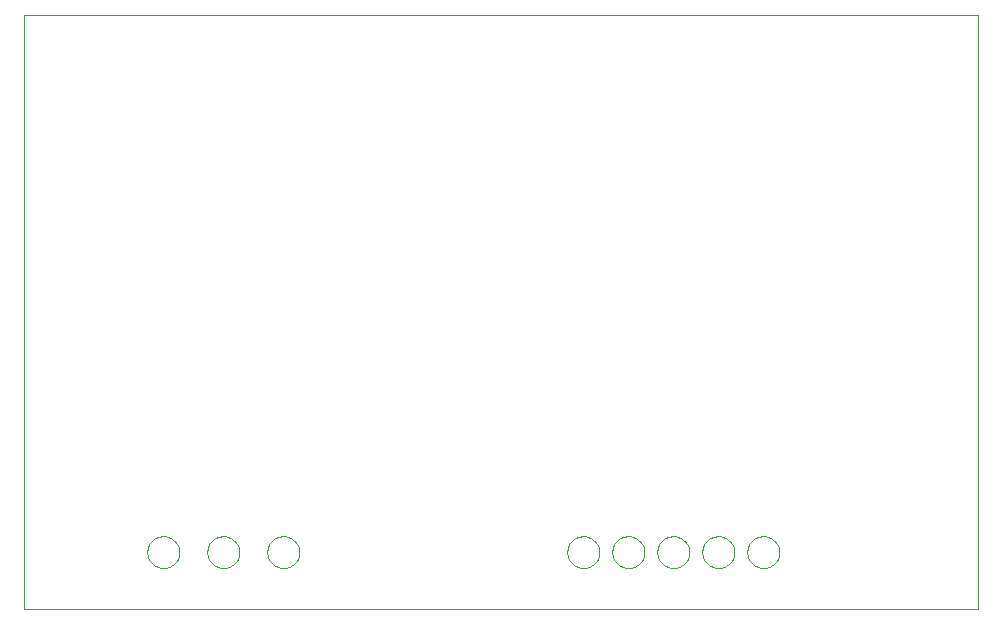
<source format=gbr>
G75*
G70*
%OFA0B0*%
%FSLAX24Y24*%
%IPPOS*%
%LPD*%
%AMOC8*
5,1,8,0,0,1.08239X$1,22.5*
%
%ADD10C,0.0000*%
D10*
X000260Y005013D02*
X000260Y024813D01*
X032060Y024813D01*
X032060Y005013D01*
X000260Y005013D01*
X004379Y006913D02*
X004381Y006959D01*
X004387Y007004D01*
X004397Y007049D01*
X004410Y007092D01*
X004427Y007135D01*
X004448Y007175D01*
X004472Y007214D01*
X004500Y007250D01*
X004531Y007284D01*
X004564Y007316D01*
X004600Y007344D01*
X004638Y007369D01*
X004678Y007391D01*
X004720Y007409D01*
X004763Y007423D01*
X004808Y007434D01*
X004853Y007441D01*
X004899Y007444D01*
X004944Y007443D01*
X004990Y007438D01*
X005035Y007429D01*
X005078Y007417D01*
X005121Y007400D01*
X005162Y007380D01*
X005201Y007357D01*
X005239Y007330D01*
X005273Y007300D01*
X005305Y007268D01*
X005334Y007232D01*
X005360Y007195D01*
X005383Y007155D01*
X005402Y007114D01*
X005417Y007071D01*
X005429Y007026D01*
X005437Y006981D01*
X005441Y006936D01*
X005441Y006890D01*
X005437Y006845D01*
X005429Y006800D01*
X005417Y006755D01*
X005402Y006712D01*
X005383Y006671D01*
X005360Y006631D01*
X005334Y006594D01*
X005305Y006558D01*
X005273Y006526D01*
X005239Y006496D01*
X005201Y006469D01*
X005162Y006446D01*
X005121Y006426D01*
X005078Y006409D01*
X005035Y006397D01*
X004990Y006388D01*
X004944Y006383D01*
X004899Y006382D01*
X004853Y006385D01*
X004808Y006392D01*
X004763Y006403D01*
X004720Y006417D01*
X004678Y006435D01*
X004638Y006457D01*
X004600Y006482D01*
X004564Y006510D01*
X004531Y006542D01*
X004500Y006576D01*
X004472Y006612D01*
X004448Y006651D01*
X004427Y006691D01*
X004410Y006734D01*
X004397Y006777D01*
X004387Y006822D01*
X004381Y006867D01*
X004379Y006913D01*
X006379Y006913D02*
X006381Y006959D01*
X006387Y007004D01*
X006397Y007049D01*
X006410Y007092D01*
X006427Y007135D01*
X006448Y007175D01*
X006472Y007214D01*
X006500Y007250D01*
X006531Y007284D01*
X006564Y007316D01*
X006600Y007344D01*
X006638Y007369D01*
X006678Y007391D01*
X006720Y007409D01*
X006763Y007423D01*
X006808Y007434D01*
X006853Y007441D01*
X006899Y007444D01*
X006944Y007443D01*
X006990Y007438D01*
X007035Y007429D01*
X007078Y007417D01*
X007121Y007400D01*
X007162Y007380D01*
X007201Y007357D01*
X007239Y007330D01*
X007273Y007300D01*
X007305Y007268D01*
X007334Y007232D01*
X007360Y007195D01*
X007383Y007155D01*
X007402Y007114D01*
X007417Y007071D01*
X007429Y007026D01*
X007437Y006981D01*
X007441Y006936D01*
X007441Y006890D01*
X007437Y006845D01*
X007429Y006800D01*
X007417Y006755D01*
X007402Y006712D01*
X007383Y006671D01*
X007360Y006631D01*
X007334Y006594D01*
X007305Y006558D01*
X007273Y006526D01*
X007239Y006496D01*
X007201Y006469D01*
X007162Y006446D01*
X007121Y006426D01*
X007078Y006409D01*
X007035Y006397D01*
X006990Y006388D01*
X006944Y006383D01*
X006899Y006382D01*
X006853Y006385D01*
X006808Y006392D01*
X006763Y006403D01*
X006720Y006417D01*
X006678Y006435D01*
X006638Y006457D01*
X006600Y006482D01*
X006564Y006510D01*
X006531Y006542D01*
X006500Y006576D01*
X006472Y006612D01*
X006448Y006651D01*
X006427Y006691D01*
X006410Y006734D01*
X006397Y006777D01*
X006387Y006822D01*
X006381Y006867D01*
X006379Y006913D01*
X008379Y006913D02*
X008381Y006959D01*
X008387Y007004D01*
X008397Y007049D01*
X008410Y007092D01*
X008427Y007135D01*
X008448Y007175D01*
X008472Y007214D01*
X008500Y007250D01*
X008531Y007284D01*
X008564Y007316D01*
X008600Y007344D01*
X008638Y007369D01*
X008678Y007391D01*
X008720Y007409D01*
X008763Y007423D01*
X008808Y007434D01*
X008853Y007441D01*
X008899Y007444D01*
X008944Y007443D01*
X008990Y007438D01*
X009035Y007429D01*
X009078Y007417D01*
X009121Y007400D01*
X009162Y007380D01*
X009201Y007357D01*
X009239Y007330D01*
X009273Y007300D01*
X009305Y007268D01*
X009334Y007232D01*
X009360Y007195D01*
X009383Y007155D01*
X009402Y007114D01*
X009417Y007071D01*
X009429Y007026D01*
X009437Y006981D01*
X009441Y006936D01*
X009441Y006890D01*
X009437Y006845D01*
X009429Y006800D01*
X009417Y006755D01*
X009402Y006712D01*
X009383Y006671D01*
X009360Y006631D01*
X009334Y006594D01*
X009305Y006558D01*
X009273Y006526D01*
X009239Y006496D01*
X009201Y006469D01*
X009162Y006446D01*
X009121Y006426D01*
X009078Y006409D01*
X009035Y006397D01*
X008990Y006388D01*
X008944Y006383D01*
X008899Y006382D01*
X008853Y006385D01*
X008808Y006392D01*
X008763Y006403D01*
X008720Y006417D01*
X008678Y006435D01*
X008638Y006457D01*
X008600Y006482D01*
X008564Y006510D01*
X008531Y006542D01*
X008500Y006576D01*
X008472Y006612D01*
X008448Y006651D01*
X008427Y006691D01*
X008410Y006734D01*
X008397Y006777D01*
X008387Y006822D01*
X008381Y006867D01*
X008379Y006913D01*
X018379Y006913D02*
X018381Y006959D01*
X018387Y007004D01*
X018397Y007049D01*
X018410Y007092D01*
X018427Y007135D01*
X018448Y007175D01*
X018472Y007214D01*
X018500Y007250D01*
X018531Y007284D01*
X018564Y007316D01*
X018600Y007344D01*
X018638Y007369D01*
X018678Y007391D01*
X018720Y007409D01*
X018763Y007423D01*
X018808Y007434D01*
X018853Y007441D01*
X018899Y007444D01*
X018944Y007443D01*
X018990Y007438D01*
X019035Y007429D01*
X019078Y007417D01*
X019121Y007400D01*
X019162Y007380D01*
X019201Y007357D01*
X019239Y007330D01*
X019273Y007300D01*
X019305Y007268D01*
X019334Y007232D01*
X019360Y007195D01*
X019383Y007155D01*
X019402Y007114D01*
X019417Y007071D01*
X019429Y007026D01*
X019437Y006981D01*
X019441Y006936D01*
X019441Y006890D01*
X019437Y006845D01*
X019429Y006800D01*
X019417Y006755D01*
X019402Y006712D01*
X019383Y006671D01*
X019360Y006631D01*
X019334Y006594D01*
X019305Y006558D01*
X019273Y006526D01*
X019239Y006496D01*
X019201Y006469D01*
X019162Y006446D01*
X019121Y006426D01*
X019078Y006409D01*
X019035Y006397D01*
X018990Y006388D01*
X018944Y006383D01*
X018899Y006382D01*
X018853Y006385D01*
X018808Y006392D01*
X018763Y006403D01*
X018720Y006417D01*
X018678Y006435D01*
X018638Y006457D01*
X018600Y006482D01*
X018564Y006510D01*
X018531Y006542D01*
X018500Y006576D01*
X018472Y006612D01*
X018448Y006651D01*
X018427Y006691D01*
X018410Y006734D01*
X018397Y006777D01*
X018387Y006822D01*
X018381Y006867D01*
X018379Y006913D01*
X019879Y006913D02*
X019881Y006959D01*
X019887Y007004D01*
X019897Y007049D01*
X019910Y007092D01*
X019927Y007135D01*
X019948Y007175D01*
X019972Y007214D01*
X020000Y007250D01*
X020031Y007284D01*
X020064Y007316D01*
X020100Y007344D01*
X020138Y007369D01*
X020178Y007391D01*
X020220Y007409D01*
X020263Y007423D01*
X020308Y007434D01*
X020353Y007441D01*
X020399Y007444D01*
X020444Y007443D01*
X020490Y007438D01*
X020535Y007429D01*
X020578Y007417D01*
X020621Y007400D01*
X020662Y007380D01*
X020701Y007357D01*
X020739Y007330D01*
X020773Y007300D01*
X020805Y007268D01*
X020834Y007232D01*
X020860Y007195D01*
X020883Y007155D01*
X020902Y007114D01*
X020917Y007071D01*
X020929Y007026D01*
X020937Y006981D01*
X020941Y006936D01*
X020941Y006890D01*
X020937Y006845D01*
X020929Y006800D01*
X020917Y006755D01*
X020902Y006712D01*
X020883Y006671D01*
X020860Y006631D01*
X020834Y006594D01*
X020805Y006558D01*
X020773Y006526D01*
X020739Y006496D01*
X020701Y006469D01*
X020662Y006446D01*
X020621Y006426D01*
X020578Y006409D01*
X020535Y006397D01*
X020490Y006388D01*
X020444Y006383D01*
X020399Y006382D01*
X020353Y006385D01*
X020308Y006392D01*
X020263Y006403D01*
X020220Y006417D01*
X020178Y006435D01*
X020138Y006457D01*
X020100Y006482D01*
X020064Y006510D01*
X020031Y006542D01*
X020000Y006576D01*
X019972Y006612D01*
X019948Y006651D01*
X019927Y006691D01*
X019910Y006734D01*
X019897Y006777D01*
X019887Y006822D01*
X019881Y006867D01*
X019879Y006913D01*
X021379Y006913D02*
X021381Y006959D01*
X021387Y007004D01*
X021397Y007049D01*
X021410Y007092D01*
X021427Y007135D01*
X021448Y007175D01*
X021472Y007214D01*
X021500Y007250D01*
X021531Y007284D01*
X021564Y007316D01*
X021600Y007344D01*
X021638Y007369D01*
X021678Y007391D01*
X021720Y007409D01*
X021763Y007423D01*
X021808Y007434D01*
X021853Y007441D01*
X021899Y007444D01*
X021944Y007443D01*
X021990Y007438D01*
X022035Y007429D01*
X022078Y007417D01*
X022121Y007400D01*
X022162Y007380D01*
X022201Y007357D01*
X022239Y007330D01*
X022273Y007300D01*
X022305Y007268D01*
X022334Y007232D01*
X022360Y007195D01*
X022383Y007155D01*
X022402Y007114D01*
X022417Y007071D01*
X022429Y007026D01*
X022437Y006981D01*
X022441Y006936D01*
X022441Y006890D01*
X022437Y006845D01*
X022429Y006800D01*
X022417Y006755D01*
X022402Y006712D01*
X022383Y006671D01*
X022360Y006631D01*
X022334Y006594D01*
X022305Y006558D01*
X022273Y006526D01*
X022239Y006496D01*
X022201Y006469D01*
X022162Y006446D01*
X022121Y006426D01*
X022078Y006409D01*
X022035Y006397D01*
X021990Y006388D01*
X021944Y006383D01*
X021899Y006382D01*
X021853Y006385D01*
X021808Y006392D01*
X021763Y006403D01*
X021720Y006417D01*
X021678Y006435D01*
X021638Y006457D01*
X021600Y006482D01*
X021564Y006510D01*
X021531Y006542D01*
X021500Y006576D01*
X021472Y006612D01*
X021448Y006651D01*
X021427Y006691D01*
X021410Y006734D01*
X021397Y006777D01*
X021387Y006822D01*
X021381Y006867D01*
X021379Y006913D01*
X022879Y006913D02*
X022881Y006959D01*
X022887Y007004D01*
X022897Y007049D01*
X022910Y007092D01*
X022927Y007135D01*
X022948Y007175D01*
X022972Y007214D01*
X023000Y007250D01*
X023031Y007284D01*
X023064Y007316D01*
X023100Y007344D01*
X023138Y007369D01*
X023178Y007391D01*
X023220Y007409D01*
X023263Y007423D01*
X023308Y007434D01*
X023353Y007441D01*
X023399Y007444D01*
X023444Y007443D01*
X023490Y007438D01*
X023535Y007429D01*
X023578Y007417D01*
X023621Y007400D01*
X023662Y007380D01*
X023701Y007357D01*
X023739Y007330D01*
X023773Y007300D01*
X023805Y007268D01*
X023834Y007232D01*
X023860Y007195D01*
X023883Y007155D01*
X023902Y007114D01*
X023917Y007071D01*
X023929Y007026D01*
X023937Y006981D01*
X023941Y006936D01*
X023941Y006890D01*
X023937Y006845D01*
X023929Y006800D01*
X023917Y006755D01*
X023902Y006712D01*
X023883Y006671D01*
X023860Y006631D01*
X023834Y006594D01*
X023805Y006558D01*
X023773Y006526D01*
X023739Y006496D01*
X023701Y006469D01*
X023662Y006446D01*
X023621Y006426D01*
X023578Y006409D01*
X023535Y006397D01*
X023490Y006388D01*
X023444Y006383D01*
X023399Y006382D01*
X023353Y006385D01*
X023308Y006392D01*
X023263Y006403D01*
X023220Y006417D01*
X023178Y006435D01*
X023138Y006457D01*
X023100Y006482D01*
X023064Y006510D01*
X023031Y006542D01*
X023000Y006576D01*
X022972Y006612D01*
X022948Y006651D01*
X022927Y006691D01*
X022910Y006734D01*
X022897Y006777D01*
X022887Y006822D01*
X022881Y006867D01*
X022879Y006913D01*
X024379Y006913D02*
X024381Y006959D01*
X024387Y007004D01*
X024397Y007049D01*
X024410Y007092D01*
X024427Y007135D01*
X024448Y007175D01*
X024472Y007214D01*
X024500Y007250D01*
X024531Y007284D01*
X024564Y007316D01*
X024600Y007344D01*
X024638Y007369D01*
X024678Y007391D01*
X024720Y007409D01*
X024763Y007423D01*
X024808Y007434D01*
X024853Y007441D01*
X024899Y007444D01*
X024944Y007443D01*
X024990Y007438D01*
X025035Y007429D01*
X025078Y007417D01*
X025121Y007400D01*
X025162Y007380D01*
X025201Y007357D01*
X025239Y007330D01*
X025273Y007300D01*
X025305Y007268D01*
X025334Y007232D01*
X025360Y007195D01*
X025383Y007155D01*
X025402Y007114D01*
X025417Y007071D01*
X025429Y007026D01*
X025437Y006981D01*
X025441Y006936D01*
X025441Y006890D01*
X025437Y006845D01*
X025429Y006800D01*
X025417Y006755D01*
X025402Y006712D01*
X025383Y006671D01*
X025360Y006631D01*
X025334Y006594D01*
X025305Y006558D01*
X025273Y006526D01*
X025239Y006496D01*
X025201Y006469D01*
X025162Y006446D01*
X025121Y006426D01*
X025078Y006409D01*
X025035Y006397D01*
X024990Y006388D01*
X024944Y006383D01*
X024899Y006382D01*
X024853Y006385D01*
X024808Y006392D01*
X024763Y006403D01*
X024720Y006417D01*
X024678Y006435D01*
X024638Y006457D01*
X024600Y006482D01*
X024564Y006510D01*
X024531Y006542D01*
X024500Y006576D01*
X024472Y006612D01*
X024448Y006651D01*
X024427Y006691D01*
X024410Y006734D01*
X024397Y006777D01*
X024387Y006822D01*
X024381Y006867D01*
X024379Y006913D01*
M02*

</source>
